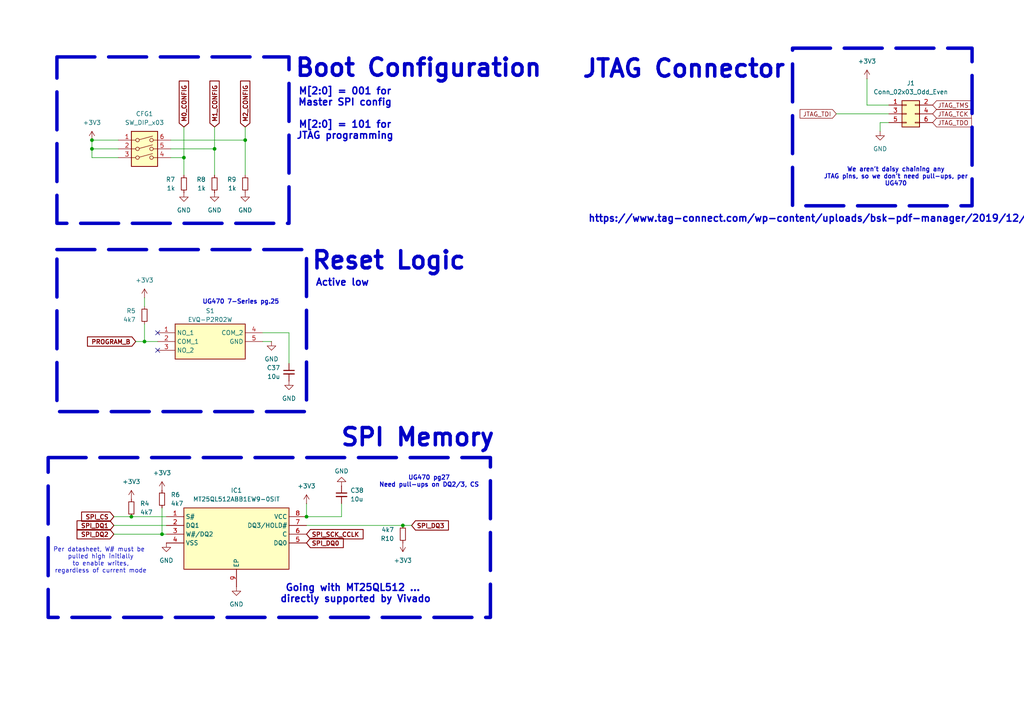
<source format=kicad_sch>
(kicad_sch (version 20231120) (generator "eeschema") (generator_version "8.0")
  (paper "A4")
  (title_block (company "University of Texas at Austin / Phoenix Semiconductor") (comment 1 "Connor Leu"))
  (lib_symbols
    (symbol "Connector_Generic:Conn_02x03_Odd_Even" (pin_names (offset 1.016) hide)
      (property "Reference" "J" (at 1.27 5.08 0))
      (property "Value" "Conn_02x03_Odd_Even" (at 1.27 -5.08 0))
      (symbol "Conn_02x03_Odd_Even_1_1"
        (rectangle (start -1.27 -2.413) (end 0 -2.667) (stroke (width 0.1524)))
        (rectangle (start -1.27 0.127) (end 0 -0.127) (stroke (width 0.1524)))
        (rectangle (start -1.27 2.667) (end 0 2.413) (stroke (width 0.1524)))
        (rectangle (start -1.27 3.81) (end 3.81 -3.81) (stroke (width 0.254)) (fill (type background)))
        (rectangle (start 3.81 -2.413) (end 2.54 -2.667) (stroke (width 0.1524)))
        (rectangle (start 3.81 0.127) (end 2.54 -0.127) (stroke (width 0.1524)))
        (rectangle (start 3.81 2.667) (end 2.54 2.413) (stroke (width 0.1524)))
        (pin passive line (at -5.08 2.54 0) (length 3.81) (name "Pin_1") (number "1"))
        (pin passive line (at 7.62 2.54 180) (length 3.81) (name "Pin_2") (number "2"))
        (pin passive line (at -5.08 0 0) (length 3.81) (name "Pin_3") (number "3"))
        (pin passive line (at 7.62 0 180) (length 3.81) (name "Pin_4") (number "4"))
        (pin passive line (at -5.08 -2.54 0) (length 3.81) (name "Pin_5") (number "5"))
        (pin passive line (at 7.62 -2.54 180) (length 3.81) (name "Pin_6") (number "6"))
      )
    )
    (symbol "Device:C_Small" (pin_numbers hide) (pin_names (offset 0.254) hide)
      (property "Reference" "C" (at 0.254 1.778 0))
      (property "Value" "C_Small" (at 0.254 -2.032 0))
      (symbol "C_Small_0_1"
        (polyline (pts (xy -1.524 -0.508) (xy 1.524 -0.508)) (stroke (width 0.3302)))
        (polyline (pts (xy -1.524 0.508) (xy 1.524 0.508)) (stroke (width 0.3048)))
      )
      (symbol "C_Small_1_1"
        (pin passive line (at 0 2.54 270) (length 2.032) (name "~") (number "1"))
        (pin passive line (at 0 -2.54 90) (length 2.032) (name "~") (number "2"))
      )
    )
    (symbol "Device:R_Small" (pin_numbers hide) (pin_names (offset 0.254) hide)
      (property "Reference" "R" (at 0.762 0.508 0))
      (property "Value" "R_Small" (at 0.762 -1.016 0))
      (symbol "R_Small_0_1"
        (rectangle (start -0.762 1.778) (end 0.762 -1.778) (stroke (width 0.2032)))
      )
      (symbol "R_Small_1_1"
        (pin passive line (at 0 2.54 270) (length 0.762) (name "~") (number "1"))
        (pin passive line (at 0 -2.54 90) (length 0.762) (name "~") (number "2"))
      )
    )
    (symbol "EVQ-P2R02W:EVQ-P2R02W"
      (property "Reference" "S" (at 26.67 7.62 0))
      (property "Value" "EVQ-P2R02W" (at 26.67 5.08 0))
      (symbol "EVQ-P2R02W_1_1"
        (rectangle (start 5.08 2.54) (end 25.4 -7.62) (stroke (width 0.254)) (fill (type background)))
        (pin passive line (at 0 0 0) (length 5.08) (name "NO_1") (number "1"))
        (pin passive line (at 0 -2.54 0) (length 5.08) (name "COM_1") (number "2"))
        (pin passive line (at 0 -5.08 0) (length 5.08) (name "NO_2") (number "3"))
        (pin passive line (at 30.48 0 180) (length 5.08) (name "COM_2") (number "4"))
        (pin passive line (at 30.48 -2.54 180) (length 5.08) (name "GND") (number "5"))
      )
    )
    (symbol "MT25QL512ABB1EW9-0SIT:MT25QL512ABB1EW9-0SIT"
      (property "Reference" "IC" (at 36.83 7.62 0))
      (property "Value" "MT25QL512ABB1EW9-0SIT" (at 36.83 5.08 0))
      (symbol "MT25QL512ABB1EW9-0SIT_1_1"
        (rectangle (start 5.08 2.54) (end 35.56 -15.24) (stroke (width 0.254)) (fill (type background)))
        (pin passive line (at 0 0 0) (length 5.08) (name "S#") (number "1"))
        (pin passive line (at 0 -2.54 0) (length 5.08) (name "DQ1") (number "2"))
        (pin passive line (at 0 -5.08 0) (length 5.08) (name "W#/DQ2") (number "3"))
        (pin passive line (at 0 -7.62 0) (length 5.08) (name "VSS") (number "4"))
        (pin passive line (at 40.64 -7.62 180) (length 5.08) (name "DQ0") (number "5"))
        (pin passive line (at 40.64 -5.08 180) (length 5.08) (name "C") (number "6"))
        (pin passive line (at 40.64 -2.54 180) (length 5.08) (name "DQ3/HOLD#") (number "7"))
        (pin passive line (at 40.64 0 180) (length 5.08) (name "VCC") (number "8"))
        (pin passive line (at 20.32 -20.32 90) (length 5.08) (name "EP") (number "9"))
      )
    )
    (symbol "Switch:SW_DIP_x03" (pin_names (offset 0) hide)
      (property "Reference" "SW" (at 0 6.35 0))
      (property "Value" "SW_DIP_x03" (at 0 -6.35 0))
      (symbol "SW_DIP_x03_0_0"
        (circle (center -2.032 -2.54) (radius 0.508))
        (circle (center -2.032 0) (radius 0.508))
        (circle (center -2.032 2.54) (radius 0.508))
        (polyline (pts (xy -1.524 -2.413) (xy 2.3622 -1.3716)))
        (polyline (pts (xy -1.524 0.127) (xy 2.3622 1.1684)))
        (polyline (pts (xy -1.524 2.667) (xy 2.3622 3.7084)))
        (circle (center 2.032 -2.54) (radius 0.508))
        (circle (center 2.032 0) (radius 0.508))
        (circle (center 2.032 2.54) (radius 0.508))
      )
      (symbol "SW_DIP_x03_0_1"
        (rectangle (start -3.81 5.08) (end 3.81 -5.08) (stroke (width 0.254)) (fill (type background)))
      )
      (symbol "SW_DIP_x03_1_1"
        (pin passive line (at -7.62 2.54 0) (length 5.08) (name "~") (number "1"))
        (pin passive line (at -7.62 0 0) (length 5.08) (name "~") (number "2"))
        (pin passive line (at -7.62 -2.54 0) (length 5.08) (name "~") (number "3"))
        (pin passive line (at 7.62 -2.54 180) (length 5.08) (name "~") (number "4"))
        (pin passive line (at 7.62 0 180) (length 5.08) (name "~") (number "5"))
        (pin passive line (at 7.62 2.54 180) (length 5.08) (name "~") (number "6"))
      )
    )
    (symbol "power:+3V3" (power) (pin_numbers hide) (pin_names (offset 0) hide)
      (property "Value" "+3V3" (at 0 3.556 0))
      (symbol "+3V3_0_1"
        (polyline (pts (xy -0.762 1.27) (xy 0 2.54)))
        (polyline (pts (xy 0 0) (xy 0 2.54)))
        (polyline (pts (xy 0 2.54) (xy 0.762 1.27)))
      )
      (symbol "+3V3_1_1"
        (pin power_in line (at 0 0 90) (length 0) (name "~") (number "1"))
      )
    )
    (symbol "power:GND" (power) (pin_numbers hide) (pin_names (offset 0) hide)
      (property "Value" "GND" (at 0 -3.81 0))
      (symbol "GND_0_1"
        (polyline (pts (xy 0 0) (xy 0 -1.27) (xy 1.27 -1.27) (xy 0 -2.54) (xy -1.27 -1.27) (xy 0 -1.27)))
      )
      (symbol "GND_1_1"
        (pin power_in line (at 0 0 270) (length 0) (name "~") (number "1"))
      )
    )
  )
  (junction (at 41.91 99.06))
  (junction (at 62.23 43.18))
  (junction (at 116.84 152.4))
  (junction (at 26.67 40.64))
  (junction (at 46.99 154.94))
  (junction (at 71.12 40.64))
  (junction (at 26.67 43.18))
  (junction (at 88.9 149.86))
  (junction (at 38.1 149.86))
  (junction (at 53.34 45.72))
  (no_connect (at 45.72 96.52))
  (no_connect (at 45.72 101.6))
  (wire (pts (xy 83.82 96.52) (xy 83.82 105.41)))
  (wire (pts (xy 26.67 43.18) (xy 34.29 43.18)))
  (wire (pts (xy 46.99 154.94) (xy 48.26 154.94)))
  (wire (pts (xy 71.12 36.83) (xy 71.12 40.64)))
  (wire (pts (xy 53.34 45.72) (xy 53.34 50.8)))
  (wire (pts (xy 76.2 96.52) (xy 83.82 96.52)))
  (wire (pts (xy 88.9 152.4) (xy 116.84 152.4)))
  (wire (pts (xy 38.1 149.86) (xy 48.26 149.86)))
  (wire (pts (xy 62.23 43.18) (xy 62.23 50.8)))
  (wire (pts (xy 76.2 99.06) (xy 78.74 99.06)))
  (wire (pts (xy 53.34 36.83) (xy 53.34 45.72)))
  (wire (pts (xy 49.53 40.64) (xy 71.12 40.64)))
  (wire (pts (xy 88.9 146.05) (xy 88.9 149.86)))
  (wire (pts (xy 88.9 149.86) (xy 99.06 149.86)))
  (wire (pts (xy 62.23 36.83) (xy 62.23 43.18)))
  (wire (pts (xy 49.53 45.72) (xy 53.34 45.72)))
  (wire (pts (xy 33.02 149.86) (xy 38.1 149.86)))
  (wire (pts (xy 41.91 99.06) (xy 45.72 99.06)))
  (wire (pts (xy 33.02 154.94) (xy 46.99 154.94)))
  (wire (pts (xy 251.46 30.48) (xy 251.46 22.86)))
  (wire (pts (xy 46.99 147.32) (xy 46.99 154.94)))
  (wire (pts (xy 255.27 35.56) (xy 257.81 35.56)))
  (wire (pts (xy 26.67 45.72) (xy 34.29 45.72)))
  (wire (pts (xy 242.57 33.02) (xy 257.81 33.02)))
  (wire (pts (xy 257.81 30.48) (xy 251.46 30.48)))
  (wire (pts (xy 49.53 43.18) (xy 62.23 43.18)))
  (wire (pts (xy 41.91 93.98) (xy 41.91 99.06)))
  (wire (pts (xy 39.37 99.06) (xy 41.91 99.06)))
  (wire (pts (xy 33.02 152.4) (xy 48.26 152.4)))
  (wire (pts (xy 99.06 146.05) (xy 99.06 149.86)))
  (wire (pts (xy 26.67 40.64) (xy 26.67 43.18)))
  (wire (pts (xy 255.27 38.1) (xy 255.27 35.56)))
  (wire (pts (xy 71.12 40.64) (xy 71.12 50.8)))
  (wire (pts (xy 26.67 43.18) (xy 26.67 45.72)))
  (wire (pts (xy 116.84 152.4) (xy 119.38 152.4)))
  (wire (pts (xy 41.91 86.36) (xy 41.91 88.9)))
  (wire (pts (xy 26.67 40.64) (xy 34.29 40.64)))
  (rectangle (start 13.97 132.715) (end 142.24 179.07) (stroke (width 1) (type dash)))
  (rectangle (start 229.87 13.97) (end 281.94 59.69) (stroke (width 1) (type dash)))
  (rectangle (start 16.51 72.39) (end 88.9 119.38) (stroke (width 1) (type dash)))
  (rectangle (start 16.51 16.51) (end 83.82 64.77) (stroke (width 1) (type dash)))
  (text "Boot Configuration" (at 121.412 19.812 0) (effects (font (size 5 5) (bold yes))))
  (text "https://www.tag-connect.com/wp-content/uploads/bsk-pdf-manager/2019/12/TC2030-IDC-NL-Datasheet-Rev-B.pdf" (at 264.16 63.5 0) (effects (font (size 2 2) (thickness 0.4) (bold yes))))
  (text "UG470 7-Series pg.25" (at 69.85 87.63 0) (effects (font (size 1.27 1.27) (thickness 0.254) (bold yes))))
  (text "M[2:0] = 001 for\nMaster SPI config\n\nM[2:0] = 101 for\nJTAG programming" (at 100.076 33.02 0) (effects (font (size 2 2) (bold yes))))
  (text "UG470 pg27\nNeed pull-ups on DQ2/3, CS" (at 124.46 139.7 0) (effects (font (size 1.27 1.27) (bold yes))))
  (text "Reset Logic" (at 112.776 75.692 0) (effects (font (size 5 5) (bold yes))))
  (text "JTAG Connector" (at 198.374 20.066 0) (effects (font (size 5 5) (bold yes))))
  (text "Per datasheet, W# must be \npulled high initially\nto enable writes,\nregardless of current mode" (at 29.21 162.56 0) (effects (font (size 1.27 1.27))))
  (text "SPI Memory" (at 121.158 127 0) (effects (font (size 5 5) (bold yes))))
  (text "Going with MT25QL512 ... \ndirectly supported by Vivado" (at 103.124 172.212 0) (effects (font (size 2 2) (thickness 0.4) (bold yes))))
  (text "Active low" (at 99.314 82.042 0) (effects (font (size 2 2) (bold yes))))
  (text "We aren't daisy chaining any\nJTAG pins, so we don't need pull-ups, per\nUG470" (at 259.842 51.308 0) (effects (font (size 1.27 1.27) (thickness 0.254) (bold yes))))
  (global_label "SPI_SCK_CCLK" (shape input) (at 88.9 154.94 0) (effects (font (bold yes))) (property "Intersheetrefs" "${INTERSHEET_REFS}" (effects (hide yes))))
  (global_label "SPI_DQ0" (shape input) (at 88.9 157.48 0) (effects (font (bold yes))) (property "Intersheetrefs" "${INTERSHEET_REFS}" (effects (hide yes))))
  (global_label "JTAG_TMS" (shape input) (at 270.51 30.48 0) (property "Intersheetrefs" "${INTERSHEET_REFS}" (effects (hide yes))))
  (global_label "JTAG_TDO" (shape input) (at 270.51 35.56 0) (property "Intersheetrefs" "${INTERSHEET_REFS}" (effects (hide yes))))
  (global_label "SPI_CS" (shape input) (at 33.02 149.86 180) (effects (font (bold yes))) (property "Intersheetrefs" "${INTERSHEET_REFS}" (effects (hide yes))))
  (global_label "JTAG_TCK" (shape input) (at 270.51 33.02 0) (property "Intersheetrefs" "${INTERSHEET_REFS}" (effects (hide yes))))
  (global_label "M1_CONFIG" (shape input) (at 62.23 36.83 90) (effects (font (bold yes))) (property "Intersheetrefs" "${INTERSHEET_REFS}" (effects (hide yes))))
  (global_label "SPI_DQ2" (shape input) (at 33.02 154.94 180) (effects (font (bold yes))) (property "Intersheetrefs" "${INTERSHEET_REFS}" (effects (hide yes))))
  (global_label "SPI_DQ1" (shape input) (at 33.02 152.4 180) (effects (font (bold yes))) (property "Intersheetrefs" "${INTERSHEET_REFS}" (effects (hide yes))))
  (global_label "M2_CONFIG" (shape input) (at 71.12 36.83 90) (effects (font (bold yes))) (property "Intersheetrefs" "${INTERSHEET_REFS}" (effects (hide yes))))
  (global_label "M0_CONFIG" (shape input) (at 53.34 36.83 90) (effects (font (bold yes))) (property "Intersheetrefs" "${INTERSHEET_REFS}" (effects (hide yes))))
  (global_label "PROGRAM_B" (shape input) (at 39.37 99.06 180) (effects (font (bold yes))) (property "Intersheetrefs" "${INTERSHEET_REFS}" (effects (hide yes))))
  (global_label "SPI_DQ3" (shape input) (at 119.38 152.4 0) (effects (font (bold yes))) (property "Intersheetrefs" "${INTERSHEET_REFS}" (effects (hide yes))))
  (global_label "JTAG_TDI" (shape input) (at 242.57 33.02 180) (property "Intersheetrefs" "${INTERSHEET_REFS}" (effects (hide yes))))
  (symbol (lib_id "power:GND") (at 71.12 55.88 0) (unit 1)
    (property "Reference" "#PWR026" (effects (hide yes)))
    (property "Value" "GND" (at 71.12 60.96 0))
    (property "Description" "Power symbol creates a global label with name \"GND\" , ground" (effects (hide yes)))
  )
  (symbol (lib_id "power:GND") (at 62.23 55.88 0) (unit 1)
    (property "Reference" "#PWR024" (effects (hide yes)))
    (property "Value" "GND" (at 62.23 60.96 0))
    (property "Description" "Power symbol creates a global label with name \"GND\" , ground" (effects (hide yes)))
  )
  (symbol (lib_id "power:GND") (at 48.26 157.48 0) (unit 1)
    (property "Reference" "#PWR022" (effects (hide yes)))
    (property "Value" "GND" (at 48.26 162.56 0))
    (property "Description" "Power symbol creates a global label with name \"GND\" , ground" (effects (hide yes)))
  )
  (symbol (lib_id "EVQ-P2R02W:EVQ-P2R02W") (at 45.72 96.52 0) (unit 1)
    (property "Reference" "S1" (at 60.96 90.17 0))
    (property "Value" "EVQ-P2R02W" (at 60.96 92.71 0))
    (property "Footprint" "hardware:EVQP2R02W" (effects (hide yes)))
    (property "Datasheet" "https://www.arrow.com/en/products/evq-p2r02w/panasonic" (effects (hide yes)))
    (property "Description" "Tactile Switches 4.7x3.5mm SMD Light Touch Switch" (effects (hide yes)))
    (property "Height" "2.5" (effects (hide yes)))
    (property "Mouser Part Number" "667-EVQ-P2R02W" (effects (hide yes)))
    (property "Mouser Price/Stock" "https://www.mouser.co.uk/ProductDetail/Panasonic/EVQ-P2R02W?qs=WwqriLBepZuQNY%2Fj%2F2J74w%3D%3D" (effects (hide yes)))
    (property "Manufacturer_Name" "Panasonic" (effects (hide yes)))
    (property "Manufacturer_Part_Number" "EVQ-P2R02W" (effects (hide yes)))
  )
  (symbol (lib_id "power:GND") (at 255.27 38.1 0) (unit 1)
    (property "Reference" "#PWR032" (effects (hide yes)))
    (property "Value" "GND" (at 255.27 43.18 0))
    (property "Description" "Power symbol creates a global label with name \"GND\" , ground" (effects (hide yes)))
  )
  (symbol (lib_id "power:GND") (at 78.74 99.06 0) (unit 1)
    (property "Reference" "#PWR0131" (effects (hide yes)))
    (property "Value" "GND" (at 78.74 104.14 0))
    (property "Description" "Power symbol creates a global label with name \"GND\" , ground" (effects (hide yes)))
  )
  (symbol (lib_id "power:GND") (at 83.82 110.49 0) (unit 1)
    (property "Reference" "#PWR027" (effects (hide yes)))
    (property "Value" "GND" (at 83.82 115.57 0))
    (property "Description" "Power symbol creates a global label with name \"GND\" , ground" (effects (hide yes)))
  )
  (symbol (lib_id "MT25QL512ABB1EW9-0SIT:MT25QL512ABB1EW9-0SIT") (at 48.26 149.86 0) (unit 1)
    (property "Reference" "IC1" (at 68.58 142.24 0))
    (property "Value" "MT25QL512ABB1EW9-0SIT" (at 68.58 144.78 0))
    (property "Footprint" "hardware:MT25QL512ABB1EW9-0SIT" (effects (hide yes)))
    (property "Datasheet" "https://datasheet.datasheetarchive.com/originals/distributors/DKDS42/DSANUWW0045437.pdf" (effects (hide yes)))
    (property "Description" "IC FLASH 512MBIT 108MHZ 8WDFN" (effects (hide yes)))
    (property "Height" "0.8" (effects (hide yes)))
    (property "Mouser Part Number" "340-283908-TRAY" (effects (hide yes)))
    (property "Mouser Price/Stock" "https://www.mouser.co.uk/ProductDetail/Micron/MT25QL512ABB1EW9-0SIT?qs=rrS6PyfT74dxKkF%252BpU2Wdg%3D%3D" (effects (hide yes)))
    (property "Manufacturer_Name" "Micron" (effects (hide yes)))
    (property "Manufacturer_Part_Number" "MT25QL512ABB1EW9-0SIT" (effects (hide yes)))
  )
  (symbol (lib_id "power:GND") (at 99.06 140.97 180) (unit 1)
    (property "Reference" "#PWR029" (effects (hide yes)))
    (property "Value" "GND" (at 99.06 136.6372 0))
    (property "Description" "Power symbol creates a global label with name \"GND\" , ground" (effects (hide yes)))
  )
  (symbol (lib_id "power:+3V3") (at 46.99 142.24 0) (unit 1)
    (property "Reference" "#PWR021" (effects (hide yes)))
    (property "Value" "+3V3" (at 46.99 137.16 0))
    (property "Description" "Power symbol creates a global label with name \"+3V3\"" (effects (hide yes)))
  )
  (symbol (lib_id "power:+3V3") (at 26.67 40.64 0) (unit 1)
    (property "Reference" "#PWR019" (effects (hide yes)))
    (property "Value" "+3V3" (at 26.67 35.56 0))
    (property "Description" "Power symbol creates a global label with name \"+3V3\"" (effects (hide yes)))
  )
  (symbol (lib_id "Switch:SW_DIP_x03") (at 41.91 43.18 0) (unit 1)
    (property "Reference" "CFG1" (at 41.91 33.02 0))
    (property "Value" "SW_DIP_x03" (at 41.91 35.56 0))
    (property "Footprint" "hardware:WE-3-SPST-DIP" (effects (hide yes)))
    (property "Description" "3x DIP Switch, Single Pole Single Throw (SPST) switch, small symbol" (effects (hide yes)))
  )
  (symbol (lib_id "Device:R_Small") (at 53.34 53.34 0) (unit 1)
    (property "Reference" "R7" (at 50.8 52.0699 0) (effects (justify right)))
    (property "Value" "1k" (at 50.8 54.6099 0) (effects (justify right)))
    (property "Footprint" "Resistor_SMD:R_0201_0603Metric" (effects (hide yes)))
    (property "Description" "Resistor, small symbol" (effects (hide yes)))
  )
  (symbol (lib_id "power:+3V3") (at 88.9 146.05 0) (unit 1)
    (property "Reference" "#PWR028" (effects (hide yes)))
    (property "Value" "+3V3" (at 88.9 140.97 0))
    (property "Description" "Power symbol creates a global label with name \"+3V3\"" (effects (hide yes)))
  )
  (symbol (lib_id "Device:R_Small") (at 41.91 91.44 0) (unit 1)
    (property "Reference" "R5" (at 39.37 90.1699 0) (effects (justify right)))
    (property "Value" "4k7" (at 39.37 92.7099 0) (effects (justify right)))
    (property "Footprint" "Resistor_SMD:R_0201_0603Metric" (effects (hide yes)))
    (property "Description" "Resistor, small symbol" (effects (hide yes)))
  )
  (symbol (lib_id "Device:R_Small") (at 62.23 53.34 0) (unit 1)
    (property "Reference" "R8" (at 59.69 52.0699 0) (effects (justify right)))
    (property "Value" "1k" (at 59.69 54.6099 0) (effects (justify right)))
    (property "Footprint" "Resistor_SMD:R_0201_0603Metric" (effects (hide yes)))
    (property "Description" "Resistor, small symbol" (effects (hide yes)))
  )
  (symbol (lib_id "power:+3V3") (at 38.1 144.78 0) (unit 1)
    (property "Reference" "#PWR020" (effects (hide yes)))
    (property "Value" "+3V3" (at 38.1 139.7 0))
    (property "Description" "Power symbol creates a global label with name \"+3V3\"" (effects (hide yes)))
  )
  (symbol (lib_id "power:GND") (at 53.34 55.88 0) (unit 1)
    (property "Reference" "#PWR023" (effects (hide yes)))
    (property "Value" "GND" (at 53.34 60.96 0))
    (property "Description" "Power symbol creates a global label with name \"GND\" , ground" (effects (hide yes)))
  )
  (symbol (lib_id "Device:R_Small") (at 116.84 154.94 180) (unit 1)
    (property "Reference" "R10" (at 114.3 156.2101 0) (effects (justify left)))
    (property "Value" "4k7" (at 114.3 153.6701 0) (effects (justify left)))
    (property "Footprint" "Resistor_SMD:R_0201_0603Metric" (effects (hide yes)))
    (property "Description" "Resistor, small symbol" (effects (hide yes)))
  )
  (symbol (lib_id "Connector_Generic:Conn_02x03_Odd_Even") (at 262.89 33.02 0) (unit 1)
    (property "Reference" "J1" (at 264.16 24.13 0))
    (property "Value" "Conn_02x03_Odd_Even" (at 264.16 26.67 0))
    (property "Footprint" "hardware:TAG_TC2030-IDC-NL" (effects (hide yes)))
    (property "Description" "Generic connector, double row, 02x03, odd/even pin numbering scheme (row 1 odd numbers, row 2 even numbers), script generated (kicad-library-utils/schlib/autogen/connector/)" (effects (hide yes)))
  )
  (symbol (lib_id "power:+3V3") (at 41.91 86.36 0) (unit 1)
    (property "Reference" "#PWR0127" (effects (hide yes)))
    (property "Value" "+3V3" (at 41.91 81.28 0))
    (property "Description" "Power symbol creates a global label with name \"+3V3\"" (effects (hide yes)))
  )
  (symbol (lib_id "Device:C_Small") (at 83.82 107.95 0) (unit 1)
    (property "Reference" "C37" (at 81.28 106.6862 0) (effects (justify right)))
    (property "Value" "10u" (at 81.28 109.2262 0) (effects (justify right)))
    (property "Footprint" "Capacitor_SMD:C_0201_0603Metric" (effects (hide yes)))
    (property "Description" "Unpolarized capacitor, small symbol" (effects (hide yes)))
  )
  (symbol (lib_id "Device:C_Small") (at 99.06 143.51 0) (unit 1)
    (property "Reference" "C38" (at 101.6 142.2462 0) (effects (justify left)))
    (property "Value" "10u" (at 101.6 144.7862 0) (effects (justify left)))
    (property "Footprint" "Capacitor_SMD:C_0402_1005Metric" (effects (hide yes)))
    (property "Description" "Unpolarized capacitor, small symbol" (effects (hide yes)))
  )
  (symbol (lib_id "power:+3V3") (at 251.46 22.86 0) (unit 1)
    (property "Reference" "#PWR031" (effects (hide yes)))
    (property "Value" "+3V3" (at 251.46 17.78 0))
    (property "Description" "Power symbol creates a global label with name \"+3V3\"" (effects (hide yes)))
  )
  (symbol (lib_id "Device:R_Small") (at 46.99 144.78 0) (unit 1)
    (property "Reference" "R6" (at 49.53 143.5099 0) (effects (justify left)))
    (property "Value" "4k7" (at 49.53 146.0499 0) (effects (justify left)))
    (property "Footprint" "Resistor_SMD:R_0201_0603Metric" (effects (hide yes)))
    (property "Description" "Resistor, small symbol" (effects (hide yes)))
  )
  (symbol (lib_id "power:GND") (at 68.58 170.18 0) (unit 1)
    (property "Reference" "#PWR025" (effects (hide yes)))
    (property "Value" "GND" (at 68.58 175.26 0))
    (property "Description" "Power symbol creates a global label with name \"GND\" , ground" (effects (hide yes)))
  )
  (symbol (lib_id "Device:R_Small") (at 38.1 147.32 0) (unit 1)
    (property "Reference" "R4" (at 40.64 146.0499 0) (effects (justify left)))
    (property "Value" "4k7" (at 40.64 148.5899 0) (effects (justify left)))
    (property "Footprint" "Resistor_SMD:R_0201_0603Metric" (effects (hide yes)))
    (property "Description" "Resistor, small symbol" (effects (hide yes)))
  )
  (symbol (lib_id "Device:R_Small") (at 71.12 53.34 0) (unit 1)
    (property "Reference" "R9" (at 68.58 52.0699 0) (effects (justify right)))
    (property "Value" "1k" (at 68.58 54.6099 0) (effects (justify right)))
    (property "Footprint" "Resistor_SMD:R_0201_0603Metric" (effects (hide yes)))
    (property "Description" "Resistor, small symbol" (effects (hide yes)))
  )
  (symbol (lib_id "power:+3V3") (at 116.84 157.48 180) (unit 1)
    (property "Reference" "#PWR030" (effects (hide yes)))
    (property "Value" "+3V3" (at 116.84 162.56 0))
    (property "Description" "Power symbol creates a global label with name \"+3V3\"" (effects (hide yes)))
  )
)
</source>
